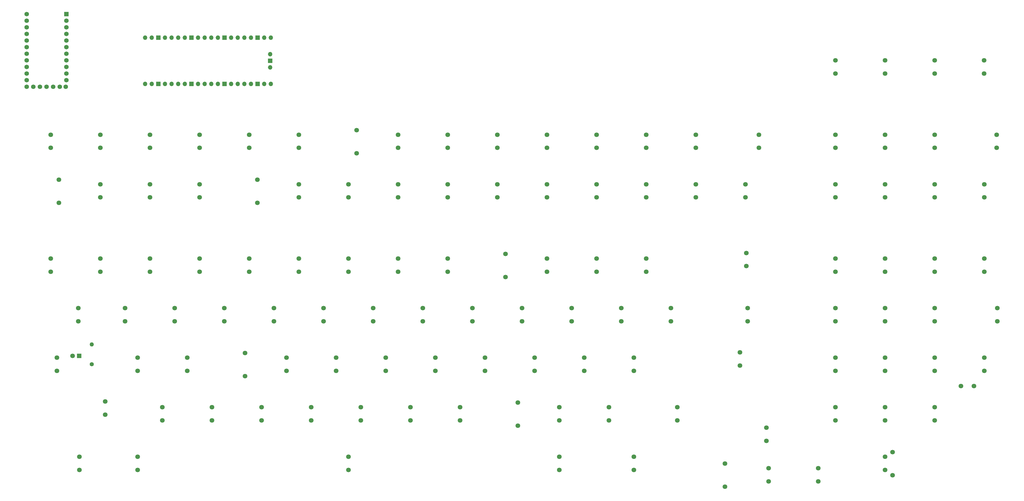
<source format=gbr>
%TF.GenerationSoftware,KiCad,Pcbnew,9.99.0-2510-g416e54f0d5*%
%TF.CreationDate,2026-02-08T14:48:21-05:00*%
%TF.ProjectId,dimension-PCB,64696d65-6e73-4696-9f6e-2d5043422e6b,rev?*%
%TF.SameCoordinates,Original*%
%TF.FileFunction,Soldermask,Top*%
%TF.FilePolarity,Negative*%
%FSLAX46Y46*%
G04 Gerber Fmt 4.6, Leading zero omitted, Abs format (unit mm)*
G04 Created by KiCad (PCBNEW 9.99.0-2510-g416e54f0d5) date 2026-02-08 14:48:21*
%MOMM*%
%LPD*%
G01*
G04 APERTURE LIST*
%ADD10C,1.800000*%
%ADD11O,1.700000X1.700000*%
%ADD12R,1.700000X1.700000*%
%ADD13R,1.800000X1.800000*%
%ADD14C,1.600000*%
%ADD15O,1.600000X1.600000*%
%ADD16R,1.752600X1.752600*%
%ADD17C,1.752600*%
G04 APERTURE END LIST*
D10*
%TO.C,D87*%
X333680000Y-235122000D03*
X333680000Y-226232000D03*
%TD*%
%TO.C,D118*%
X397970000Y-230717000D03*
X397970000Y-221827000D03*
%TD*%
%TO.C,D66*%
X254160000Y-211667000D03*
X254160000Y-202777000D03*
%TD*%
%TO.C,D31*%
X149390000Y-192617000D03*
X149390000Y-183727000D03*
%TD*%
D11*
%TO.C,U1*%
X159100000Y-73940000D03*
D12*
X159100000Y-71400000D03*
D11*
X159100000Y-68860000D03*
X111070000Y-80290000D03*
X113610000Y-80290000D03*
D12*
X116150000Y-80290000D03*
D11*
X118690000Y-80290000D03*
X121230000Y-80290000D03*
X123770000Y-80290000D03*
X126310000Y-80290000D03*
D12*
X128850000Y-80290000D03*
D11*
X131390000Y-80290000D03*
X133930000Y-80290000D03*
X136470000Y-80290000D03*
X139010000Y-80290000D03*
D12*
X141550000Y-80290000D03*
D11*
X144090000Y-80290000D03*
X146630000Y-80290000D03*
X149170000Y-80290000D03*
X151710000Y-80290000D03*
D12*
X154250000Y-80290000D03*
D11*
X156790000Y-80290000D03*
X159330000Y-80290000D03*
X159330000Y-62510000D03*
X156790000Y-62510000D03*
D12*
X154250000Y-62510000D03*
D11*
X151710000Y-62510000D03*
X149170000Y-62510000D03*
X146630000Y-62510000D03*
X144090000Y-62510000D03*
D12*
X141550000Y-62510000D03*
D11*
X139010000Y-62510000D03*
X136470000Y-62510000D03*
X133930000Y-62510000D03*
X131390000Y-62510000D03*
D12*
X128850000Y-62510000D03*
D11*
X126310000Y-62510000D03*
X123770000Y-62510000D03*
X121230000Y-62510000D03*
X118690000Y-62510000D03*
D12*
X116150000Y-62510000D03*
D11*
X113610000Y-62510000D03*
X111070000Y-62510000D03*
%TD*%
D10*
%TO.C,D123*%
X437967500Y-99800000D03*
X437967500Y-104840000D03*
%TD*%
%TO.C,D24*%
X151010000Y-104840000D03*
X151010000Y-99800000D03*
%TD*%
%TO.C,D34*%
X192240000Y-106892000D03*
X192240000Y-98002000D03*
%TD*%
%TO.C,D61*%
X249430000Y-154517000D03*
X249430000Y-145627000D03*
%TD*%
%TO.C,D25*%
X154190000Y-125942000D03*
X154190000Y-117052000D03*
%TD*%
D13*
%TO.C,LED1*%
X85700000Y-184780000D03*
D10*
X83160000Y-184780000D03*
%TD*%
D14*
%TO.C,R2*%
X90600000Y-188020000D03*
D15*
X90600000Y-180400000D03*
%TD*%
D10*
%TO.C,D60*%
X265310000Y-152465000D03*
X265310000Y-147425000D03*
%TD*%
%TO.C,D80*%
X322460000Y-123890000D03*
X322460000Y-118850000D03*
%TD*%
%TO.C,D45*%
X227210000Y-104840000D03*
X227210000Y-99800000D03*
%TD*%
%TO.C,D96*%
X376040000Y-190565000D03*
X376040000Y-185525000D03*
%TD*%
%TO.C,D37*%
X170060000Y-152465000D03*
X170060000Y-147425000D03*
%TD*%
%TO.C,D10*%
X95737500Y-207420000D03*
X95737500Y-202380000D03*
%TD*%
%TO.C,D103*%
X395090000Y-152465000D03*
X395090000Y-147425000D03*
%TD*%
%TO.C,D22*%
X108147500Y-228665000D03*
X108147500Y-223625000D03*
%TD*%
%TO.C,D47*%
X227210000Y-123890000D03*
X227210000Y-118850000D03*
%TD*%
%TO.C,D58*%
X265310000Y-123890000D03*
X265310000Y-118850000D03*
%TD*%
%TO.C,D39*%
X179585000Y-171515000D03*
X179585000Y-166475000D03*
%TD*%
%TO.C,D78*%
X322460000Y-104840000D03*
X322460000Y-99800000D03*
%TD*%
%TO.C,D115*%
X414140000Y-171515000D03*
X414140000Y-166475000D03*
%TD*%
%TO.C,D56*%
X265310000Y-104840000D03*
X265310000Y-99800000D03*
%TD*%
%TO.C,D42*%
X193872500Y-209615000D03*
X193872500Y-204575000D03*
%TD*%
%TO.C,D50*%
X208160000Y-152465000D03*
X208160000Y-147425000D03*
%TD*%
%TO.C,D112*%
X414140000Y-104840000D03*
X414140000Y-99800000D03*
%TD*%
%TO.C,D104*%
X395090000Y-171515000D03*
X395090000Y-166475000D03*
%TD*%
%TO.C,D2*%
X74810000Y-104840000D03*
X74810000Y-99800000D03*
%TD*%
%TO.C,D48*%
X208160000Y-123890000D03*
X208160000Y-118850000D03*
%TD*%
%TO.C,D122*%
X433110000Y-76265000D03*
X433110000Y-71225000D03*
%TD*%
%TO.C,D40*%
X203397500Y-190565000D03*
X203397500Y-185525000D03*
%TD*%
%TO.C,D91*%
X346681250Y-104840000D03*
X346681250Y-99800000D03*
%TD*%
%TO.C,D126*%
X438227500Y-171515000D03*
X438227500Y-166475000D03*
%TD*%
%TO.C,D92*%
X376040000Y-123890000D03*
X376040000Y-118850000D03*
%TD*%
%TO.C,D28*%
X160535000Y-171515000D03*
X160535000Y-166475000D03*
%TD*%
%TO.C,D52*%
X217685000Y-171515000D03*
X217685000Y-166475000D03*
%TD*%
%TO.C,D14*%
X131960000Y-123890000D03*
X131960000Y-118850000D03*
%TD*%
%TO.C,D3*%
X77910000Y-125942000D03*
X77910000Y-117052000D03*
%TD*%
%TO.C,D69*%
X303410000Y-152465000D03*
X303410000Y-147425000D03*
%TD*%
%TO.C,D23*%
X170100000Y-104840000D03*
X170100000Y-99800000D03*
%TD*%
%TO.C,D102*%
X395090000Y-123890000D03*
X395090000Y-118850000D03*
%TD*%
%TO.C,D125*%
X433190000Y-152465000D03*
X433190000Y-147425000D03*
%TD*%
%TO.C,D26*%
X170060000Y-123890000D03*
X170060000Y-118850000D03*
%TD*%
%TO.C,D16*%
X112910000Y-152465000D03*
X112910000Y-147425000D03*
%TD*%
%TO.C,D27*%
X151010000Y-152465000D03*
X151010000Y-147425000D03*
%TD*%
%TO.C,D35*%
X189110000Y-123890000D03*
X189110000Y-118850000D03*
%TD*%
%TO.C,D90*%
X376040000Y-104840000D03*
X376040000Y-99800000D03*
%TD*%
%TO.C,D9*%
X77191250Y-190565000D03*
X77191250Y-185525000D03*
%TD*%
%TO.C,D83*%
X342357500Y-171515000D03*
X342357500Y-166475000D03*
%TD*%
%TO.C,D82*%
X341860000Y-150290000D03*
X341860000Y-145250000D03*
%TD*%
%TO.C,D17*%
X131960000Y-152465000D03*
X131960000Y-147425000D03*
%TD*%
%TO.C,D111*%
X414140000Y-76265000D03*
X414140000Y-71225000D03*
%TD*%
%TO.C,D95*%
X376040000Y-171515000D03*
X376040000Y-166475000D03*
%TD*%
%TO.C,D63*%
X260547500Y-190565000D03*
X260547500Y-185525000D03*
%TD*%
%TO.C,D74*%
X279597500Y-190565000D03*
X279597500Y-185525000D03*
%TD*%
%TO.C,D46*%
X208160000Y-104840000D03*
X208160000Y-99800000D03*
%TD*%
%TO.C,D70*%
X284360000Y-152465000D03*
X284360000Y-147425000D03*
%TD*%
%TO.C,D88*%
X350400000Y-233070000D03*
X350400000Y-228030000D03*
%TD*%
%TO.C,D89*%
X376040000Y-76265000D03*
X376040000Y-71225000D03*
%TD*%
%TO.C,D64*%
X241497500Y-190565000D03*
X241497500Y-185525000D03*
%TD*%
%TO.C,D71*%
X293885000Y-171515000D03*
X293885000Y-166475000D03*
%TD*%
%TO.C,D6*%
X74810000Y-152465000D03*
X74810000Y-147425000D03*
%TD*%
%TO.C,D21*%
X117672500Y-209615000D03*
X117672500Y-204575000D03*
%TD*%
%TO.C,D106*%
X395090000Y-209615000D03*
X395090000Y-204575000D03*
%TD*%
%TO.C,D68*%
X284360000Y-123890000D03*
X284360000Y-118850000D03*
%TD*%
%TO.C,D15*%
X112910000Y-123890000D03*
X112910000Y-118850000D03*
%TD*%
%TO.C,D18*%
X122435000Y-171515000D03*
X122435000Y-166475000D03*
%TD*%
%TO.C,D62*%
X255785000Y-171515000D03*
X255785000Y-166475000D03*
%TD*%
%TO.C,D11*%
X85800000Y-228665000D03*
X85800000Y-223625000D03*
%TD*%
%TO.C,D105*%
X395090000Y-190565000D03*
X395090000Y-185525000D03*
%TD*%
%TO.C,D81*%
X303410000Y-123890000D03*
X303410000Y-118850000D03*
%TD*%
%TO.C,D77*%
X270072500Y-228665000D03*
X270072500Y-223625000D03*
%TD*%
%TO.C,D41*%
X184347500Y-190565000D03*
X184347500Y-185525000D03*
%TD*%
%TO.C,D113*%
X414140000Y-123890000D03*
X414140000Y-118850000D03*
%TD*%
%TO.C,D99*%
X369450000Y-233070000D03*
X369450000Y-228030000D03*
%TD*%
%TO.C,D100*%
X395090000Y-76265000D03*
X395090000Y-71225000D03*
%TD*%
%TO.C,D85*%
X339360000Y-188540000D03*
X339360000Y-183500000D03*
%TD*%
%TO.C,D30*%
X165297500Y-190565000D03*
X165297500Y-185525000D03*
%TD*%
%TO.C,D57*%
X246260000Y-104840000D03*
X246260000Y-99800000D03*
%TD*%
%TO.C,D67*%
X284360000Y-104840000D03*
X284360000Y-99800000D03*
%TD*%
%TO.C,D97*%
X376040000Y-209615000D03*
X376040000Y-204575000D03*
%TD*%
%TO.C,D5*%
X93860000Y-152465000D03*
X93860000Y-147425000D03*
%TD*%
%TO.C,D13*%
X131960000Y-104840000D03*
X131960000Y-99800000D03*
%TD*%
D16*
%TO.C,U2*%
X80820000Y-53400000D03*
D17*
X80820000Y-55940000D03*
X80820000Y-58480000D03*
X80820000Y-61020000D03*
X80820000Y-63560000D03*
X80820000Y-66100000D03*
X80820000Y-68640000D03*
X80820000Y-71180000D03*
X80820000Y-73720000D03*
X80820000Y-76260000D03*
X80820000Y-78800000D03*
X80591400Y-81340000D03*
X65580000Y-81340000D03*
X65580000Y-78800000D03*
X65580000Y-76260000D03*
X65580000Y-73720000D03*
X65580000Y-71180000D03*
X65580000Y-68640000D03*
X65580000Y-66100000D03*
X65580000Y-63560000D03*
X65580000Y-61020000D03*
X65580000Y-58480000D03*
X65580000Y-55940000D03*
X65580000Y-53400000D03*
X78280000Y-81340000D03*
X75740000Y-81340000D03*
X73200000Y-81340000D03*
X70660000Y-81340000D03*
X68120000Y-81340000D03*
%TD*%
D10*
%TO.C,D59*%
X246260000Y-123890000D03*
X246260000Y-118850000D03*
%TD*%
%TO.C,D72*%
X274835000Y-171515000D03*
X274835000Y-166475000D03*
%TD*%
%TO.C,D49*%
X227210000Y-152465000D03*
X227210000Y-147425000D03*
%TD*%
%TO.C,D79*%
X303410000Y-104840000D03*
X303410000Y-99800000D03*
%TD*%
%TO.C,D114*%
X414140000Y-152465000D03*
X414140000Y-147425000D03*
%TD*%
%TO.C,D75*%
X289122500Y-209615000D03*
X289122500Y-204575000D03*
%TD*%
%TO.C,D44*%
X189110000Y-228665000D03*
X189110000Y-223625000D03*
%TD*%
%TO.C,D12*%
X112910000Y-104840000D03*
X112910000Y-99800000D03*
%TD*%
%TO.C,D107*%
X395090000Y-228665000D03*
X395090000Y-223625000D03*
%TD*%
%TO.C,D1*%
X93860000Y-104840000D03*
X93860000Y-99800000D03*
%TD*%
%TO.C,D76*%
X298647500Y-228665000D03*
X298647500Y-223625000D03*
%TD*%
%TO.C,D32*%
X155772500Y-209615000D03*
X155772500Y-204575000D03*
%TD*%
%TO.C,D55*%
X212922500Y-209615000D03*
X212922500Y-204575000D03*
%TD*%
%TO.C,D29*%
X141485000Y-171515000D03*
X141485000Y-166475000D03*
%TD*%
%TO.C,D94*%
X376040000Y-152465000D03*
X376040000Y-147425000D03*
%TD*%
%TO.C,D98*%
X349572500Y-217482500D03*
X349572500Y-212442500D03*
%TD*%
%TO.C,D51*%
X236735000Y-171515000D03*
X236735000Y-166475000D03*
%TD*%
%TO.C,D38*%
X198635000Y-171515000D03*
X198635000Y-166475000D03*
%TD*%
%TO.C,D117*%
X414140000Y-209615000D03*
X414140000Y-204575000D03*
%TD*%
%TO.C,D43*%
X174822500Y-209615000D03*
X174822500Y-204575000D03*
%TD*%
%TO.C,D116*%
X414140000Y-190565000D03*
X414140000Y-185525000D03*
%TD*%
%TO.C,D124*%
X433190000Y-123890000D03*
X433190000Y-118850000D03*
%TD*%
%TO.C,D54*%
X231972500Y-209615000D03*
X231972500Y-204575000D03*
%TD*%
%TO.C,D73*%
X298647500Y-190565000D03*
X298647500Y-185525000D03*
%TD*%
%TO.C,D128*%
X424230000Y-196400000D03*
X429270000Y-196400000D03*
%TD*%
%TO.C,D7*%
X103385000Y-171515000D03*
X103385000Y-166475000D03*
%TD*%
%TO.C,D33*%
X136722500Y-209615000D03*
X136722500Y-204575000D03*
%TD*%
%TO.C,D65*%
X270072500Y-209615000D03*
X270072500Y-204575000D03*
%TD*%
%TO.C,D4*%
X93860000Y-123890000D03*
X93860000Y-118850000D03*
%TD*%
%TO.C,D86*%
X315316250Y-209615000D03*
X315316250Y-204575000D03*
%TD*%
%TO.C,D20*%
X108147500Y-190565000D03*
X108147500Y-185525000D03*
%TD*%
%TO.C,D53*%
X222447500Y-190565000D03*
X222447500Y-185525000D03*
%TD*%
%TO.C,D101*%
X395090000Y-104840000D03*
X395090000Y-99800000D03*
%TD*%
%TO.C,D93*%
X341510000Y-123890000D03*
X341510000Y-118850000D03*
%TD*%
%TO.C,D127*%
X433190000Y-190565000D03*
X433190000Y-185525000D03*
%TD*%
%TO.C,D36*%
X189110000Y-152465000D03*
X189110000Y-147425000D03*
%TD*%
%TO.C,D19*%
X127197500Y-190565000D03*
X127197500Y-185525000D03*
%TD*%
%TO.C,D84*%
X312935000Y-171515000D03*
X312935000Y-166475000D03*
%TD*%
%TO.C,D8*%
X85437500Y-171515000D03*
X85437500Y-166475000D03*
%TD*%
M02*

</source>
